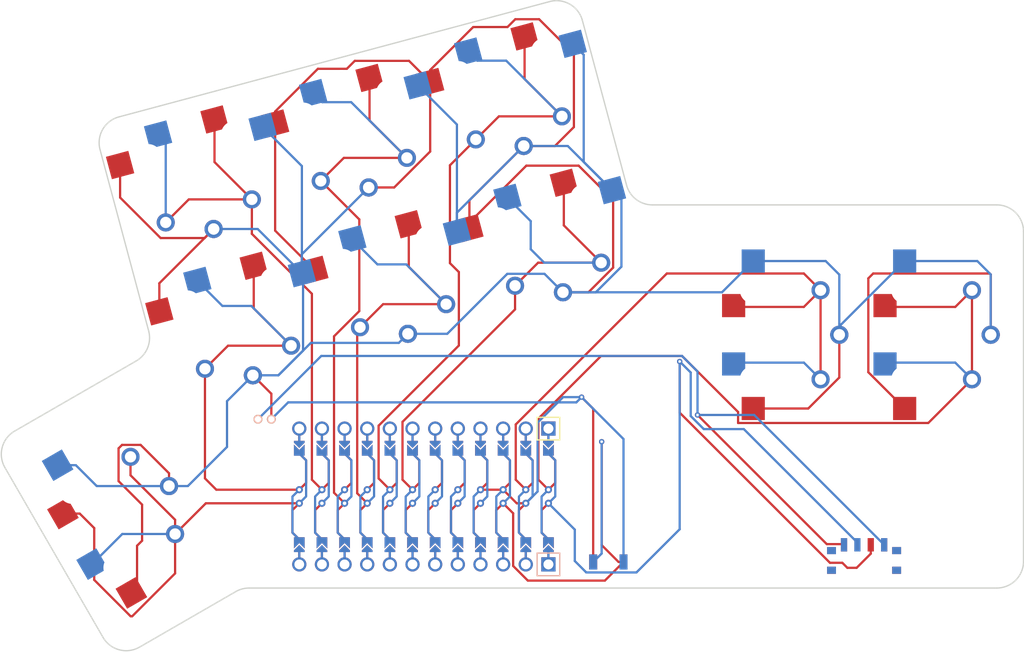
<source format=kicad_pcb>
(kicad_pcb (version 20211014) (generator pcbnew)
  (title_block (title "kardV2") (rev "v1.0.0") (company "Unknown"))
  (layers (0 "F.Cu" signal) (31 "B.Cu" signal) (34 "B.Paste" user) (35 "F.Paste" user) (36 "B.SilkS" user "B.Silkscreen") (37 "F.SilkS" user "F.Silkscreen") (38 "B.Mask" user) (39 "F.Mask" user) (44 "Edge.Cuts" user))
  (net 0 "")
  (net 1 "P10")
  (net 2 "GND")
  (net 3 "P9")
  (net 4 "P8")
  (net 5 "P15")
  (net 6 "P14")
  (net 7 "P4")
  (net 8 "P5")
  (net 9 "P0")
  (net 10 "P1")
  (net 11 "RAW")
  (net 12 "RST")
  (net 13 "VCC")
  (net 14 "P21")
  (net 15 "P20")
  (net 16 "P19")
  (net 17 "P18")
  (net 18 "P16")
  (net 19 "P2")
  (net 20 "P3")
  (net 21 "P6")
  (net 22 "P7")
  (net 23 "pos")
  (footprint "lib:bat" (layer "F.Cu") (at 33.220416 -15.113041 90)
    (fp_text reference "")
    (fp_text value "")
  )
  (footprint "PG1350" (layer "F.Cu") (at 17.386665 -4.658743 -60)
    (fp_text reference "S2" hide)
    (fp_text value "" hide)
  )
  (footprint "Button_Switch_SMD:SW_SPDT_PCM12" (layer "F.Cu") (at 100.441388 0.411836)
    (fp_text reference "")
    (fp_text value "")
  )
  (footprint "PG1350" (layer "F.Cu") (at 108.741388 -24.588164 90)
    (fp_text reference "S17" hide)
    (fp_text value "" hide)
  )
  (footprint "PG1350" (layer "F.Cu") (at 25.973482 -42.158964 15)
    (fp_text reference "S5" hide)
    (fp_text value "" hide)
  )
  (footprint "PG1350" (layer "F.Cu") (at 17.386665 -4.658743 120)
    (fp_text reference "S1" hide)
    (fp_text value "" hide)
  )
  (footprint "VIA-0.6mm" (layer "F.Cu") (at 68.762954 -17.587809 90)
    (fp_text reference "REF**" hide)
    (fp_text value "VIA-0.6mm" hide)
  )
  (footprint "VIA-0.6mm" (layer "F.Cu") (at 79.762954 -21.587809 90)
    (fp_text reference "REF**" hide)
    (fp_text value "VIA-0.6mm" hide)
  )
  (footprint "PG1350" (layer "F.Cu") (at 30.373406 -25.738225 -165)
    (fp_text reference "S4" hide)
    (fp_text value "" hide)
  )
  (footprint "PG1350" (layer "F.Cu") (at 65.146736 -35.05571 15)
    (fp_text reference "S11" hide)
    (fp_text value "" hide)
  )
  (footprint "ProMicro" (layer "F.Cu") (at 51.07395 -6.438291 180)
    (fp_text reference "MCU1" hide)
    (fp_text value "")
  )
  (footprint "PG1350" (layer "F.Cu") (at 25.973482 -42.158964 -165)
    (fp_text reference "S6" hide)
    (fp_text value "" hide)
  )
  (footprint "PG1350" (layer "F.Cu") (at 47.760071 -30.396968 15)
    (fp_text reference "S7" hide)
    (fp_text value "" hide)
  )
  (footprint "PG1350" (layer "F.Cu") (at 43.360147 -46.817707 15)
    (fp_text reference "S9" hide)
    (fp_text value "" hide)
  )
  (footprint "PG1350" (layer "F.Cu") (at 47.760071 -30.396968 -165)
    (fp_text reference "S8" hide)
    (fp_text value "" hide)
  )
  (footprint "PG1350" (layer "F.Cu") (at 30.373406 -25.738225 15)
    (fp_text reference "S3" hide)
    (fp_text value "" hide)
  )
  (footprint "Button_Switch_SMD:SW_SPST_B3U-1000P" (layer "F.Cu") (at 71.762954 0.912191)
    (fp_text reference "")
    (fp_text value "")
  )
  (footprint "PG1350" (layer "F.Cu") (at 91.762954 -24.587809 90)
    (fp_text reference "S15" hide)
    (fp_text value "" hide)
  )
  (footprint "PG1350" (layer "F.Cu") (at 60.746812 -51.476449 -165)
    (fp_text reference "S14" hide)
    (fp_text value "" hide)
  )
  (footprint "VIA-0.6mm" (layer "F.Cu") (at 71.012954 -12.587809 90)
    (fp_text reference "REF**" hide)
    (fp_text value "VIA-0.6mm" hide)
  )
  (footprint "PG1350" (layer "F.Cu") (at 43.360147 -46.817707 -165)
    (fp_text reference "S10" hide)
    (fp_text value "" hide)
  )
  (footprint "VIA-0.6mm" (layer "F.Cu") (at 81.762954 -15.587809 90)
    (fp_text reference "REF**" hide)
    (fp_text value "VIA-0.6mm" hide)
  )
  (footprint "PG1350" (layer "F.Cu") (at 60.746812 -51.476449 15)
    (fp_text reference "S13" hide)
    (fp_text value "" hide)
  )
  (footprint "PG1350" (layer "F.Cu") (at 108.741388 -24.588164 -90)
    (fp_text reference "S18" hide)
    (fp_text value "" hide)
  )
  (footprint "PG1350" (layer "F.Cu") (at 65.146736 -35.05571 -165)
    (fp_text reference "S12" hide)
    (fp_text value "" hide)
  )
  (footprint "PG1350" (layer "F.Cu") (at 91.762954 -24.587809 -90)
    (fp_text reference "S16" hide)
    (fp_text value "" hide)
  )
  (gr_line (start 14.76131 -45.366328) (end 20.212183 -25.02339) (layer "Edge.Cuts") (width 0.15))
  (gr_arc (start 76.70062 -39.16417) (mid 74.874336 -39.78411) (end 73.802843 -41.387713) (layer "Edge.Cuts") (width 0.15))
  (gr_arc (start 4.092436 -9.685022) (mid 3.792735 -11.961479) (end 5.190512 -13.783098) (layer "Edge.Cuts") (width 0.15))
  (gr_arc (start 19.190513 10.465614) (mid 16.914055 10.765315) (end 15.092436 9.367537) (layer "Edge.Cuts") (width 0.15))
  (gr_line (start 115.321521 -39.16417) (end 76.70062 -39.16417) (layer "Edge.Cuts") (width 0.15))
  (gr_line (start 5.190512 -13.783098) (end 18.814406 -21.648857) (layer "Edge.Cuts") (width 0.15))
  (gr_arc (start 20.212183 -25.02339) (mid 20.086044 -23.098883) (end 18.814406 -21.648857) (layer "Edge.Cuts") (width 0.15))
  (gr_arc (start 14.761309 -45.366328) (mid 15.061011 -47.642785) (end 16.88263 -49.040563) (layer "Edge.Cuts") (width 0.15))
  (gr_line (start 49.724108 -57.84041) (end 32.337443 -53.181668) (layer "Edge.Cuts") (width 0.15))
  (gr_line (start 31.477481 3.83583) (end 115.321521 3.83583) (layer "Edge.Cuts") (width 0.15))
  (gr_line (start 19.190513 10.465613) (end 29.977481 4.237754) (layer "Edge.Cuts") (width 0.15))
  (gr_arc (start 115.321521 -39.16417) (mid 117.442841 -38.28549) (end 118.321521 -36.16417) (layer "Edge.Cuts") (width 0.15))
  (gr_line (start 16.88263 -49.040563) (end 32.337443 -53.181668) (layer "Edge.Cuts") (width 0.15))
  (gr_line (start 4.092436 -9.685022) (end 15.092436 9.367537) (layer "Edge.Cuts") (width 0.15))
  (gr_line (start 49.724108 -57.84041) (end 65.178922 -61.981515) (layer "Edge.Cuts") (width 0.15))
  (gr_arc (start 29.977481 4.237754) (mid 30.701024 3.938053) (end 31.477481 3.83583) (layer "Edge.Cuts") (width 0.15))
  (gr_arc (start 118.321521 0.83583) (mid 117.442841 2.95715) (end 115.321521 3.83583) (layer "Edge.Cuts") (width 0.15))
  (gr_line (start 68.853156 -59.860195) (end 73.802842 -41.387713) (layer "Edge.Cuts") (width 0.15))
  (gr_line (start 118.321521 0.83583) (end 118.321521 -36.16417) (layer "Edge.Cuts") (width 0.15))
  (gr_arc (start 65.178922 -61.981515) (mid 67.455379 -61.681814) (end 68.853156 -59.860195) (layer "Edge.Cuts") (width 0.15))
  (segment (start 23.177562 2.192233) (end 18.369795 7) (width 0.25) (layer "F.Cu") (net 1))
  (segment (start 23.177562 -2.228616) (end 23.177562 -3.822438) (width 0.25) (layer "F.Cu") (net 1))
  (segment (start 18.183345 7) (end 14.108335 2.92499) (width 0.25) (layer "F.Cu") (net 1))
  (segment (start 37.10395 -5.676291) (end 26.625237 -5.676291) (width 0.25) (layer "F.Cu") (net 1))
  (segment (start 26.625237 -5.676291) (end 23.177562 -2.228616) (width 0.25) (layer "F.Cu") (net 1))
  (segment (start 14.108335 2.92499) (end 14.108335 -2.891665) (width 0.25) (layer "F.Cu") (net 1))
  (segment (start 14.108335 -2.891665) (end 12.480024 -4.519976) (width 0.25) (layer "F.Cu") (net 1))
  (segment (start 23.177562 -2.228616) (end 23.177562 2.192233) (width 0.25) (layer "F.Cu") (net 1))
  (segment (start 23.177562 -3.822438) (end 18.177562 -8.822438) (width 0.25) (layer "F.Cu") (net 1))
  (segment (start 18.177562 -8.822438) (end 18.177562 -10.88887) (width 0.25) (layer "F.Cu") (net 1))
  (segment (start 18.369795 7) (end 18.183345 7) (width 0.25) (layer "F.Cu") (net 1))
  (segment (start 12.480024 -4.519976) (end 10.596314 -4.519976) (width 0.25) (layer "F.Cu") (net 1))
  (segment (start 13.871314 1.15249) (end 17.25242 -2.228616) (width 0.25) (layer "B.Cu") (net 1))
  (segment (start 17.25242 -2.228616) (end 23.177562 -2.228616) (width 0.25) (layer "B.Cu") (net 1))
  (segment (start 94.183724 -16.312809) (end 97.662954 -19.792039) (width 0.25) (layer "F.Cu") (net 2))
  (segment (start 70.062954 -16.287809) (end 68.762954 -17.587809) (width 0.25) (layer "F.Cu") (net 2))
  (segment (start 68.432711 -43.567289) (end 62.567289 -43.567289) (width 0.25) (layer "F.Cu") (net 2))
  (segment (start 19.475686 -5.524314) (end 19.475686 -1.475686) (width 0.25) (layer "F.Cu") (net 2))
  (segment (start 17.229381 -12.229381) (end 16.837051 -11.837051) (width 0.25) (layer "F.Cu") (net 2))
  (segment (start 72.300389 -32.124028) (end 72.300389 -39.699611) (width 0.25) (layer "F.Cu") (net 2))
  (segment (start 88.012954 -16.312809) (end 94.183724 -16.312809) (width 0.25) (layer "F.Cu") (net 2))
  (segment (start 19.312417 -12.229381) (end 17.229381 -12.229381) (width 0.25) (layer "F.Cu") (net 2))
  (segment (start 65.777487 -45.777487) (end 62.273844 -45.777487) (width 0.25) (layer "F.Cu") (net 2))
  (segment (start 27.500514 -36.460002) (end 26.484515 -35.444003) (width 0.25) (layer "F.Cu") (net 2))
  (segment (start 33.970416 -17.969285) (end 31.900438 -20.039263) (width 0.25) (layer "F.Cu") (net 2))
  (segment (start 51.783204 -52.956943) (end 51.783204 -54.302802) (width 0.25) (layer "F.Cu") (net 2))
  (segment (start 34.396539 -36.277386) (end 38.796463 -31.877462) (width 0.25) (layer "F.Cu") (net 2))
  (segment (start 56.183128 -37.183128) (end 56.183128 -36.536204) (width 0.25) (layer "F.Cu") (net 2))
  (segment (start 104.991388 -16.313164) (end 100.916867 -20.387685) (width 0.25) (layer "F.Cu") (net 2))
  (segment (start 67.900465 -47.900465) (end 65.777487 -45.777487) (width 0.25) (layer "F.Cu") (net 2))
  (segment (start 42.439487 -54.439487) (end 43.329286 -55.329286) (width 0.25) (layer "F.Cu") (net 2))
  (segment (start 21.555997 -35.444003) (end 17.009874 -39.990126) (width 0.25) (layer "F.Cu") (net 2))
  (segment (start 39.191966 -54.439487) (end 42.439487 -54.439487) (width 0.25) (layer "F.Cu") (net 2))
  (segment (start 114.641388 -31.358612) (end 114.641388 -24.588164) (width 0.25) (layer "F.Cu") (net 2))
  (segment (start 101.462685 -31.462685) (end 114.537315 -31.462685) (width 0.25) (layer "F.Cu") (net 2))
  (segment (start 100.916867 -20.387685) (end 100.916867 -30.916867) (width 0.25) (layer "F.Cu") (net 2))
  (segment (start 56.605402 -59.125) (end 60.453558 -59.125) (width 0.25) (layer "F.Cu") (net 2))
  (segment (start 21.409798 -30.369286) (end 27.500514 -36.460002) (width 0.25) (layer "F.Cu") (net 2))
  (segment (start 114.537315 -31.462685) (end 114.641388 -31.358612) (width 0.25) (layer "F.Cu") (net 2))
  (segment (start 47.74652 -41.118745) (end 51.783204 -45.155429) (width 0.25) (layer "F.Cu") (net 2))
  (segment (start 33.970416 -15.113041) (end 33.970416 -17.969285) (width 0.25) (layer "F.Cu") (net 2))
  (segment (start 51.783204 -54.302802) (end 56.605402 -59.125) (width 0.25) (layer "F.Cu") (net 2))
  (segment (start 19.475686 -1.475686) (end 18.911244 -0.911244) (width 0.25) (layer "F.Cu") (net 2))
  (segment (start 72.300389 -39.699611) (end 68.432711 -43.567289) (width 0.25) (layer "F.Cu") (net 2))
  (segment (start 69.533109 -29.356748) (end 72.300389 -32.124028) (width 0.25) (layer "F.Cu") (net 2))
  (segment (start 62.273844 -45.777487) (end 56.183128 -39.686771) (width 0.25) (layer "F.Cu") (net 2))
  (segment (start 62.567289 -43.567289) (end 56.183128 -37.183128) (width 0.25) (layer "F.Cu") (net 2))
  (segment (start 60.453558 -59.125) (end 61.328558 -60) (width 0.25) (layer "F.Cu") (net 2))
  (segment (start 97.662954 -19.792039) (end 97.662954 -24.587809) (width 0.25) (layer "F.Cu") (net 2))
  (segment (start 21.409798 -27.218719) (end 21.409798 -30.369286) (width 0.25) (layer "F.Cu") (net 2))
  (segment (start 70.062954 0.912191) (end 70.062954 -16.287809) (width 0.25) (layer "F.Cu") (net 2))
  (segment (start 49.410861 -55.329286) (end 51.783204 -52.956943) (width 0.25) (layer "F.Cu") (net 2))
  (segment (start 34.396539 -48.298201) (end 34.396539 -36.277386) (width 0.25) (layer "F.Cu") (net 2))
  (segment (start 18.911244 -0.911244) (end 18.911244 3.747943) (width 0.25) (layer "F.Cu") (net 2))
  (segment (start 62.50395 -5.676291) (end 61.48795 -5.676291) (width 0.25) (layer "F.Cu") (net 2))
  (segment (start 100.916867 -30.916867) (end 101.462685 -31.462685) (width 0.25) (layer "F.Cu") (net 2))
  (segment (start 61.48795 -5.676291) (end 59.96395 -7.200291) (width 0.25) (layer "F.Cu") (net 2))
  (segment (start 64 -60) (end 67.900465 -56.099535) (width 0.25) (layer "F.Cu") (net 2))
  (segment (start 66.673768 -29.356748) (end 69.533109 -29.356748) (width 0.25) (layer "F.Cu") (net 2))
  (segment (start 56.183128 -39.686771) (end 56.183128 -36.536204) (width 0.25) (layer "F.Cu") (net 2))
  (segment (start 34.396539 -49.64406) (end 39.191966 -54.439487) (width 0.25) (layer "F.Cu") (net 2))
  (segment (start 59.96395 -7.200291) (end 57.42395 -7.200291) (width 0.25) (layer "F.Cu") (net 2))
  (segment (start 16.837051 -8.162949) (end 19.475686 -5.524314) (width 0.25) (layer "F.Cu") (net 2))
  (segment (start 22.496215 -7.608743) (end 22.496215 -9.045583) (width 0.25) (layer "F.Cu") (net 2))
  (segment (start 67.900465 -56.099535) (end 67.900465 -47.900465) (width 0.25) (layer "F.Cu") (net 2))
  (segment (start 43.329286 -55.329286) (end 49.410861 -55.329286) (width 0.25) (layer "F.Cu") (net 2))
  (segment (start 61.328558 -60) (end 64 -60) (width 0.25) (layer "F.Cu") (net 2))
  (segment (start 51.783204 -45.155429) (end 51.783204 -52.956943) (width 0.25) (layer "F.Cu") (net 2))
  (segment (start 22.496215 -9.045583) (end 19.312417 -12.229381) (width 0.25) (layer "F.Cu") (net 2))
  (segment (start 44.887179 -41.118745) (end 47.74652 -41.118745) (width 0.25) (layer "F.Cu") (net 2))
  (segment (start 16.837051 -11.837051) (end 16.837051 -8.162949) (width 0.25) (layer "F.Cu") (net 2))
  (segment (start 26.484515 -35.444003) (end 21.555997 -35.444003) (width 0.25) (layer "F.Cu") (net 2))
  (segment (start 18.911244 3.747943) (end 18.27657 4.382617) (width 0.25) (layer "F.Cu") (net 2))
  (segment (start 17.009874 -39.990126) (end 17.009874 -43.639458) (width 0.25) (layer "F.Cu") (net 2))
  (segment (start 34.396539 -48.298201) (end 34.396539 -49.64406) (width 0.25) (layer "F.Cu") (net 2))
  (segment (start 69 -43.98886) (end 69 -56.009675) (width 0.25) (layer "B.Cu") (net 2))
  (segment (start 27.500514 -36.460002) (end 32.438043 -36.460002) (width 0.25) (layer "B.Cu") (net 2))
  (segment (start 29 -12) (end 29 -17.138825) (width 0.25) (layer "B.Cu") (net 2))
  (segment (start 69 -56.009675) (end 67.769277 -57.240398) (width 0.25) (layer "B.Cu") (net 2))
  (segment (start 53.698006 -24.698006) (end 49.287103 -24.698006) (width 0.25) (layer "B.Cu") (net 2))
  (segment (start 22.496215 -7.608743) (end 14.391257 -7.608743) (width 0.25) (layer "B.Cu") (net 2))
  (segment (start 37.395871 -33.627437) (end 37.395871 -31.502174) (width 0.25) (layer "B.Cu") (net 2))
  (segment (start 68.762954 -17.587809) (end 66.69219 -17.587809) (width 0.25) (layer "B.Cu") (net 2))
  (segment (start 12.049897 -9.950103) (end 10.00157 -9.950103) (width 0.25) (layer "B.Cu") (net 2))
  (segment (start 66.673768 -29.356748) (end 64.598908 -31.431608) (width 0.25) (layer "B.Cu") (net 2))
  (segment (start 35.857375 -17) (end 33.970416 -15.113041) (width 0.25) (layer "B.Cu") (net 2))
  (segment (start 24.608743 -7.608743) (end 29 -12) (width 0.25) (layer "B.Cu") (net 2))
  (segment (start 37.527059 -22.806543) (end 34.759779 -20.039263) (width 0.25) (layer "B.Cu") (net 2))
  (segment (start 38.402523 -23.682007) (end 34.759779 -20.039263) (width 0.25) (layer "B.Cu") (net 2))
  (segment (start 68.762954 -17.587809) (end 68.175145 -17) (width 0.25) (layer "B.Cu") (net 2))
  (segment (start 84.506893 -29.356748) (end 66.673768 -29.356748) (width 0.25) (layer "B.Cu") (net 2))
  (segment (start 97.662954 -24.587809) (end 97.662954 -31.337046) (width 0.25) (layer "B.Cu") (net 2))
  (segment (start 73.230647 -39.758213) (end 73.230647 -32.230647) (width 0.25) (layer "B.Cu") (net 2))
  (segment (start 67.211373 -45.777487) (end 72.169201 -40.819659) (width 0.25) (layer "B.Cu") (net 2))
  (segment (start 44.887179 -41.118745) (end 37.395871 -33.627437) (width 0.25) (layer "B.Cu") (net 2))
  (segment (start 68.175145 -17) (end 35.857375 -17) (width 0.25) (layer "B.Cu") (net 2))
  (segment (start 22.496215 -7.608743) (end 24.608743 -7.608743) (width 0.25) (layer "B.Cu") (net 2))
  (segment (start 37.395871 -43.522989) (end 37.395871 -31.502174) (width 0.25) (layer "B.Cu") (net 2))
  (segment (start 72.169201 -40.819659) (end 73.230647 -39.758213) (width 0.25) (layer "B.Cu") (net 2))
  (segment (start 114.641388 -24.588164) (end 114.641388 -31.358612) (width 0.25) (layer "B.Cu") (net 2))
  (segment (start 72.169201 -40.819659) (end 69 -43.98886) (width 0.25) (layer "B.Cu") (net 2))
  (segment (start 37.527059 -31.370986) (end 37.527059 -22.806543) (width 0.25) (layer "B.Cu") (net 2))
  (segment (start 32.995947 -47.922913) (end 37.395871 -43.522989) (width 0.25) (layer "B.Cu") (net 2))
  (segment (start 48.271104 -23.682007) (end 38.402523 -23.682007) (width 0.25) (layer "B.Cu") (net 2))
  (segment (start 96.137191 -32.862809) (end 88.012954 -32.862809) (width 0.25) (layer "B.Cu") (net 2))
  (segment (start 32.438043 -36.460002) (end 37.395871 -31.502174) (width 0.25) (layer "B.Cu") (net 2))
  (segment (start 37.395871 -31.502174) (end 37.527059 -31.370986) (width 0.25) (layer "B.Cu") (net 2))
  (segment (start 73.230647 -32.230647) (end 70.356748 -29.356748) (width 0.25) (layer "B.Cu") (net 2))
  (segment (start 114.641388 -31.358612) (end 113.136836 -32.863164) (width 0.25) (layer "B.Cu") (net 2))
  (segment (start 64.598908 -31.431608) (end 60.431608 -31.431608) (width 0.25) (layer "B.Cu") (net 2))
  (segment (start 62.273844 -45.777487) (end 54.782536 -38.286179) (width 0.25) (layer "B.Cu") (net 2))
  (segment (start 63.82843 -7.000771) (end 62.50395 -5.676291) (width 0.25) (layer "B.Cu") (net 2))
  (segment (start 14.391257 -7.608743) (end 12.049897 -9.950103) (width 0.25) (layer "B.Cu") (net 2))
  (segment (start 49.287103 -24.698006) (end 48.271104 -23.682007) (width 0.25) (layer "B.Cu") (net 2))
  (segment (start 97.662954 -24.587809) (end 97.662954 -25.53473) (width 0.25) (layer "B.Cu") (net 2))
  (segment (start 54.782536 -38.286179) (end 54.782536 -36.160917) (width 0.25) (layer "B.Cu") (net 2))
  (segment (start 88.012954 -32.862809) (end 84.506893 -29.356748) (width 0.25) (layer "B.Cu") (net 2))
  (segment (start 54.782536 -36.160917) (end 54.782536 -48.181732) (width 0.25) (layer "B.Cu") (net 2))
  (segment (start 66.69219 -17.587809) (end 63.82843 -14.724049) (width 0.25) (layer "B.Cu") (net 2))
  (segment (start 73.462954 -12.887809) (end 68.762954 -17.587809) (width 0.25) (layer "B.Cu") (net 2))
  (segment (start 97.662954 -25.53473) (end 104.991388 -32.863164) (width 0.25) (layer "B.Cu") (net 2))
  (segment (start 113.136836 -32.863164) (end 104.991388 -32.863164) (width 0.25) (layer "B.Cu") (net 2))
  (segment (start 97.662954 -31.337046) (end 96.137191 -32.862809) (width 0.25) (layer "B.Cu") (net 2))
  (segment (start 73.462954 0.912191) (end 73.462954 -12.887809) (width 0.25) (layer "B.Cu") (net 2))
  (segment (start 70.356748 -29.356748) (end 66.673768 -29.356748) (width 0.25) (layer "B.Cu") (net 2))
  (segment (start 34.759779 -20.039263) (end 31.900438 -20.039263) (width 0.25) (layer "B.Cu") (net 2))
  (segment (start 63.82843 -14.724049) (end 63.82843 -7.000771) (width 0.25) (layer "B.Cu") (net 2))
  (segment (start 60.431608 -31.431608) (end 53.698006 -24.698006) (width 0.25) (layer "B.Cu") (net 2))
  (segment (start 54.782536 -48.181732) (end 50.382612 -52.581656) (width 0.25) (layer "B.Cu") (net 2))
  (segment (start 29 -17.138825) (end 31.900438 -20.039263) (width 0.25) (layer "B.Cu") (net 2))
  (segment (start 62.273844 -45.777487) (end 67.211373 -45.777487) (width 0.25) (layer "B.Cu") (net 2))
  (segment (start 26.527289 -20.773612) (end 29.115479 -23.361802) (width 0.25) (layer "F.Cu") (net 3))
  (segment (start 36.186548 -23.361802) (end 31.99684 -27.55151) (width 0.25) (layer "F.Cu") (net 3))
  (segment (start 31.99684 -27.55151) (end 31.99684 -32.333116) (width 0.25) (layer "F.Cu") (net 3))
  (segment (start 27.799709 -7.200291) (end 37.10395 -7.200291) (width 0.25) (layer "F.Cu") (net 3))
  (segment (start 29.115479 -23.361802) (end 36.186548 -23.361802) (width 0.25) (layer "F.Cu") (net 3))
  (segment (start 26.527289 -20.773612) (end 26.527289 -8.472711) (width 0.25) (layer "F.Cu") (net 3))
  (segment (start 26.527289 -8.472711) (end 27.799709 -7.200291) (width 0.25) (layer "F.Cu") (net 3))
  (segment (start 36.186548 -23.361802) (end 31.721104 -27.827246) (width 0.25) (layer "B.Cu") (net 3))
  (segment (start 28.480631 -27.827246) (end 25.670026 -30.637851) (width 0.25) (layer "B.Cu") (net 3))
  (segment (start 31.721104 -27.827246) (end 28.480631 -27.827246) (width 0.25) (layer "B.Cu") (net 3))
  (segment (start 38.519439 -8.324802) (end 39.64395 -7.200291) (width 0.25) (layer "F.Cu") (net 4))
  (segment (start 31.786624 -39.782541) (end 27.596916 -43.972249) (width 0.25) (layer "F.Cu") (net 4))
  (segment (start 27.596916 -43.972249) (end 27.596916 -48.753855) (width 0.25) (layer "F.Cu") (net 4))
  (segment (start 22.127365 -37.194351) (end 24.715555 -39.782541) (width 0.25) (layer "F.Cu") (net 4))
  (segment (start 31.786624 -39.782541) (end 31.786624 -35.916953) (width 0.25) (layer "F.Cu") (net 4))
  (segment (start 24.715555 -39.782541) (end 31.786624 -39.782541) (width 0.25) (layer "F.Cu") (net 4))
  (segment (start 31.786624 -35.916953) (end 38.519439 -29.184138) (width 0.25) (layer "F.Cu") (net 4))
  (segment (start 38.519439 -29.184138) (end 38.519439 -8.324802) (width 0.25) (layer "F.Cu") (net 4))
  (segment (start 22.127365 -37.194351) (end 22.127365 -46.201327) (width 0.25) (layer "B.Cu") (net 4))
  (segment (start 22.127365 -46.201327) (end 21.270102 -47.05859) (width 0.25) (layer "B.Cu") (net 4))
  (segment (start 53.573213 -28.020545) (end 49.383505 -32.210253) (width 0.25) (layer "F.Cu") (net 5))
  (segment (start 43.599439 -6.800802) (end 44.72395 -5.676291) (width 0.25) (layer "F.Cu") (net 5))
  (segment (start 43.913954 -25.432355) (end 46.502144 -28.020545) (width 0.25) (layer "F.Cu") (net 5))
  (segment (start 43.599439 -25.11784) (end 43.599439 -6.800802) (width 0.25) (layer "F.Cu") (net 5))
  (segment (start 49.383505 -32.210253) (end 49.383505 -36.991859) (width 0.25) (layer "F.Cu") (net 5))
  (segment (start 43.913954 -25.432355) (end 43.599439 -25.11784) (width 0.25) (layer "F.Cu") (net 5))
  (segment (start 46.502144 -28.020545) (end 53.573213 -28.020545) (width 0.25) (layer "F.Cu") (net 5))
  (segment (start 45.867296 -32.485989) (end 43.056691 -35.296594) (width 0.25) (layer "B.Cu") (net 5))
  (segment (start 49.107769 -32.485989) (end 45.867296 -32.485989) (width 0.25) (layer "B.Cu") (net 5))
  (segment (start 53.573213 -28.020545) (end 49.107769 -32.485989) (width 0.25) (layer "B.Cu") (net 5))
  (segment (start 41 -6.860241) (end 42.18395 -5.676291) (width 0.25) (layer "F.Cu") (net 6))
  (segment (start 49.173289 -44.441284) (end 44.983581 -48.630992) (width 0.25) (layer "F.Cu") (net 6))
  (segment (start 43.834391 -27.248562) (end 41 -24.414171) (width 0.25) (layer "F.Cu") (net 6))
  (segment (start 43.834391 -37.532733) (end 43.834391 -27.248562) (width 0.25) (layer "F.Cu") (net 6))
  (segment (start 44.983581 -48.630992) (end 44.983581 -53.412598) (width 0.25) (layer "F.Cu") (net 6))
  (segment (start 42.10222 -44.441284) (end 49.173289 -44.441284) (width 0.25) (layer "F.Cu") (net 6))
  (segment (start 39.51403 -41.853094) (end 42.10222 -44.441284) (width 0.25) (layer "F.Cu") (net 6))
  (segment (start 41 -24.414171) (end 41 -6.860241) (width 0.25) (layer "F.Cu") (net 6))
  (segment (start 39.51403 -41.853094) (end 43.834391 -37.532733) (width 0.25) (layer "F.Cu") (net 6))
  (segment (start 39.683655 -50.690445) (end 38.656767 -51.717333) (width 0.25) (layer "B.Cu") (net 6))
  (segment (start 49.173289 -44.441284) (end 42.924128 -50.690445) (width 0.25) (layer "B.Cu") (net 6))
  (segment (start 42.924128 -50.690445) (end 39.683655 -50.690445) (width 0.25) (layer "B.Cu") (net 6))
  (segment (start 63.888809 -32.679287) (end 70.959878 -32.679287) (width 0.25) (layer "F.Cu") (net 7))
  (segment (start 66.77017 -36.868995) (end 66.77017 -41.650601) (width 0.25) (layer "F.Cu") (net 7))
  (segment (start 48.679439 -14.815058) (end 48.679439 -8.324802) (width 0.25) (layer "F.Cu") (net 7))
  (segment (start 70.959878 -32.679287) (end 66.77017 -36.868995) (width 0.25) (layer "F.Cu") (net 7))
  (segment (start 61.300619 -27.436238) (end 48.679439 -14.815058) (width 0.25) (layer "F.Cu") (net 7))
  (segment (start 48.679439 -8.324802) (end 49.80395 -7.200291) (width 0.25) (layer "F.Cu") (net 7))
  (segment (start 61.300619 -30.091097) (end 61.300619 -27.436238) (width 0.25) (layer "F.Cu") (net 7))
  (segment (start 61.300619 -30.091097) (end 63.888809 -32.679287) (width 0.25) (layer "F.Cu") (net 7))
  (segment (start 63.057715 -34.190408) (end 64.568836 -32.679287) (width 0.25) (layer "B.Cu") (net 7))
  (segment (start 63.057715 -37.340977) (end 63.057715 -34.190408) (width 0.25) (layer "B.Cu") (net 7))
  (segment (start 64.568836 -32.679287) (end 70.959878 -32.679287) (width 0.25) (layer "B.Cu") (net 7))
  (segment (start 60.443356 -39.955336) (end 63.057715 -37.340977) (width 0.25) (layer "B.Cu") (net 7))
  (segment (start 55 -31.626144) (end 55 -23.384641) (width 0.25) (layer "F.Cu") (net 8))
  (segment (start 55 -23.384641) (end 46 -14.384641) (width 0.25) (layer "F.Cu") (net 8))
  (segment (start 46 -14.384641) (end 46 -8.464241) (width 0.25) (layer "F.Cu") (net 8))
  (segment (start 59.488885 -49.100026) (end 56.900695 -46.511836) (width 0.25) (layer "F.Cu") (net 8))
  (segment (start 62.370246 -58.07134) (end 62.370246 -53.289734) (width 0.25) (layer "F.Cu") (net 8))
  (segment (start 54 -43.611141) (end 54 -32.626144) (width 0.25) (layer "F.Cu") (net 8))
  (segment (start 54 -32.626144) (end 55 -31.626144) (width 0.25) (layer "F.Cu") (net 8))
  (segment (start 46 -8.464241) (end 47.26395 -7.200291) (width 0.25) (layer "F.Cu") (net 8))
  (segment (start 66.559954 -49.100026) (end 59.488885 -49.100026) (width 0.25) (layer "F.Cu") (net 8))
  (segment (start 62.370246 -53.289734) (end 66.559954 -49.100026) (width 0.25) (layer "F.Cu") (net 8))
  (segment (start 56.900695 -46.511836) (end 54 -43.611141) (width 0.25) (layer "F.Cu") (net 8))
  (segment (start 57.07032 -55.349187) (end 56.043432 -56.376075) (width 0.25) (layer "B.Cu") (net 8))
  (segment (start 66.559954 -49.100026) (end 60.310793 -55.349187) (width 0.25) (layer "B.Cu") (net 8))
  (segment (start 60.310793 -55.349187) (end 57.07032 -55.349187) (width 0.25) (layer "B.Cu") (net 8))
  (segment (start 95.562954 -29.587809) (end 93.688433 -31.46233) (width 0.25) (layer "F.Cu") (net 9))
  (segment (start 85.962475 -27.713288) (end 85.812954 -27.862809) (width 0.25) (layer "F.Cu") (net 9))
  (segment (start 61.379439 -8.324802) (end 62.50395 -7.200291) (width 0.25) (layer "F.Cu") (net 9))
  (segment (start 95.562954 -19.587809) (end 95.562954 -29.587809) (width 0.25) (layer "F.Cu") (net 9))
  (segment (start 61.379439 -14.52408) (end 61.379439 -8.324802) (width 0.25) (layer "F.Cu") (net 9))
  (segment (start 78.317689 -31.46233) (end 61.379439 -14.52408) (width 0.25) (layer "F.Cu") (net 9))
  (segment (start 95.562954 -29.587809) (end 93.688433 -27.713288) (width 0.25) (layer "F.Cu") (net 9))
  (segment (start 93.688433 -27.713288) (end 85.962475 -27.713288) (width 0.25) (layer "F.Cu") (net 9))
  (segment (start 93.688433 -31.46233) (end 78.317689 -31.46233) (width 0.25) (layer "F.Cu") (net 9))
  (segment (start 93.688433 -21.46233) (end 95.562954 -19.587809) (width 0.25) (layer "B.Cu") (net 9))
  (segment (start 85.812954 -21.312809) (end 85.962475 -21.46233) (width 0.25) (layer "B.Cu") (net 9))
  (segment (start 85.962475 -21.46233) (end 93.688433 -21.46233) (width 0.25) (layer "B.Cu") (net 9))
  (segment (start 112.541388 -19.588164) (end 112.541388 -29.588164) (width 0.25) (layer "F.Cu") (net 10))
  (segment (start 102.940909 -27.713643) (end 110.666867 -27.713643) (width 0.25) (layer "F.Cu") (net 10))
  (segment (start 63.919439 -8.324802) (end 65.04395 -7.200291) (width 0.25) (layer "F.Cu") (net 10))
  (segment (start 112.541388 -19.588164) (end 107.641522 -14.688298) (width 0.25) (layer "F.Cu") (net 10))
  (segment (start 102.791388 -27.863164) (end 102.940909 -27.713643) (width 0.25) (layer "F.Cu") (net 10))
  (segment (start 63.919439 -15.182802) (end 63.919439 -8.324802) (width 0.25) (layer "F.Cu") (net 10))
  (segment (start 86.311702 -15.922254) (end 80.021636 -22.21232) (width 0.25) (layer "F.Cu") (net 10))
  (segment (start 107.641522 -14.688298) (end 86.311702 -14.688298) (width 0.25) (layer "F.Cu") (net 10))
  (segment (start 70.948957 -22.21232) (end 63.919439 -15.182802) (width 0.25) (layer "F.Cu") (net 10))
  (segment (start 110.666867 -27.713643) (end 112.541388 -29.588164) (width 0.25) (layer "F.Cu") (net 10))
  (segment (start 86.311702 -14.688298) (end 86.311702 -15.922254) (width 0.25) (layer "F.Cu") (net 10))
  (segment (start 80.021636 -22.21232) (end 70.948957 -22.21232) (width 0.25) (layer "F.Cu") (net 10))
  (segment (start 102.791388 -21.313164) (end 102.940909 -21.462685) (width 0.25) (layer "B.Cu") (net 10))
  (segment (start 110.666867 -21.462685) (end 112.541388 -19.588164) (width 0.25) (layer "B.Cu") (net 10))
  (segment (start 102.940909 -21.462685) (end 110.666867 -21.462685) (width 0.25) (layer "B.Cu") (net 10))
  (segment (start 98 1) (end 96.61053 1) (width 0.25) (layer "F.Cu") (net 11))
  (segment (start 99.606867 1.566357) (end 98.566357 1.566357) (width 0.25) (layer "F.Cu") (net 11))
  (segment (start 101.191388 -0.018164) (end 99.606867 1.566357) (width 0.25) (layer "F.Cu") (net 11))
  (segment (start 79.762954 -15.847576) (end 79.762954 -21.587809) (width 0.25) (layer "F.Cu") (net 11))
  (segment (start 101.191388 -1.018164) (end 101.191388 -0.018164) (width 0.25) (layer "F.Cu") (net 11))
  (segment (start 96.61053 1) (end 79.762954 -15.847576) (width 0.25) (layer "F.Cu") (net 11))
  (segment (start 98.566357 1.566357) (end 98 1) (width 0.25) (layer "F.Cu") (net 11))
  (segment (start 99.691388 -1.267186) (end 99.691388 -1.018164) (width 0.25) (layer "B.Cu") (net 11))
  (segment (start 74.913298 2.086702) (end 69.288443 2.086702) (width 0.25) (layer "B.Cu") (net 11))
  (segment (start 81 -15.46757) (end 82.46757 -14) (width 0.25) (layer "B.Cu") (net 11))
  (segment (start 69.288443 2.086702) (end 68 0.798259) (width 0.25) (layer "B.Cu") (net 11))
  (segment (start 79.762954 -21.587809) (end 79.762954 -2.762954) (width 0.25) (layer "B.Cu") (net 11))
  (segment (start 79.762954 -2.762954) (end 74.913298 2.086702) (width 0.25) (layer "B.Cu") (net 11))
  (segment (start 68 -2.720241) (end 65.04395 -5.676291) (width 0.25) (layer "B.Cu") (net 11))
  (segment (start 79.762954 -21.587809) (end 81 -20.350763) (width 0.25) (layer "B.Cu") (net 11))
  (segment (start 68 0.798259) (end 68 -2.720241) (width 0.25) (layer "B.Cu") (net 11))
  (segment (start 86.958574 -14) (end 99.691388 -1.267186) (width 0.25) (layer "B.Cu") (net 11))
  (segment (start 82.46757 -14) (end 86.958574 -14) (width 0.25) (layer "B.Cu") (net 11))
  (segment (start 81 -20.350763) (end 81 -15.46757) (width 0.25) (layer "B.Cu") (net 11))
  (segment (start 62.731941 3) (end 71.375145 3) (width 0.25) (layer "F.Cu") (net 12))
  (segment (start 71.012954 -1.012954) (end 71.012954 -12.587809) (width 0.25) (layer "F.Cu") (net 12))
  (segment (start 61.088461 -4.55178) (end 61.088461 1.35652) (width 0.25) (layer "F.Cu") (net 12))
  (segment (start 71.375145 3) (end 73.462954 0.912191) (width 0.25) (layer "F.Cu") (net 12))
  (segment (start 72.912191 0.912191) (end 71 -1) (width 0.25) (layer "F.Cu") (net 12))
  (segment (start 73.462954 0.912191) (end 72.912191 0.912191) (width 0.25) (layer "F.Cu") (net 12))
  (segment (start 59.96395 -5.676291) (end 61.088461 -4.55178) (width 0.25) (layer "F.Cu") (net 12))
  (segment (start 61.088461 1.35652) (end 62.731941 3) (width 0.25) (layer "F.Cu") (net 12))
  (segment (start 71 -1) (end 71.012954 -1.012954) (width 0.25) (layer "F.Cu") (net 12))
  (segment (start 71.012954 -12.587809) (end 71.012954 -0.037809) (width 0.25) (layer "B.Cu") (net 12))
  (segment (start 71.012954 -0.037809) (end 70.062954 0.912191) (width 0.25) (layer "B.Cu") (net 12))
  (segment (start 98.116877 -1.092675) (end 96.258088 -1.092675) (width 0.25) (layer "F.Cu") (net 23))
  (segment (start 98.191388 -1.018164) (end 98.116877 -1.092675) (width 0.25) (layer "F.Cu") (net 23))
  (segment (start 96.258088 -1.092675) (end 81.762954 -15.587809) (width 0.25) (layer "F.Cu") (net 23))
  (segment (start 80.021636 -22.21232) (end 39.569695 -22.21232) (width 0.25) (layer "B.Cu") (net 23))
  (segment (start 39.569695 -22.21232) (end 32.470416 -15.113041) (width 0.25) (layer "B.Cu") (net 23))
  (segment (start 81.762954 -20.471002) (end 80.021636 -22.21232) (width 0.25) (layer "B.Cu") (net 23))
  (segment (start 81.762954 -15.587809) (end 81.762954 -20.471002) (width 0.25) (layer "B.Cu") (net 23))
  (segment (start 88.121743 -15.587809) (end 81.762954 -15.587809) (width 0.25) (layer "B.Cu") (net 23))
  (segment (start 102.691388 -1.018164) (end 88.121743 -15.587809) (width 0.25) (layer "B.Cu") (net 23))
)
</source>
